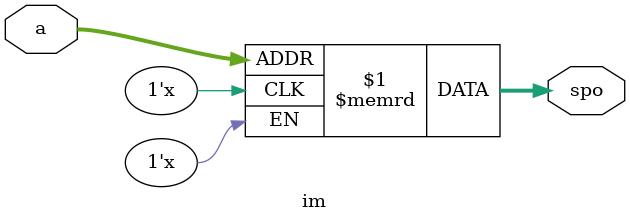
<source format=v>
module im( a , spo )                           ;

  input           [11:2]           a            ;
  output          [31:0]           spo            ;

  reg             [31:0]           ROM[255:0]     ;

  assign    spo    =              ROM[a]    ; // word aligned
/*
always @(a) begin
  $display("PC = 0x%3X,  instr = 0x%8X,   line=%3d", a, spo,a/4+1); // used for debug
end
*/
  
endmodule  

</source>
